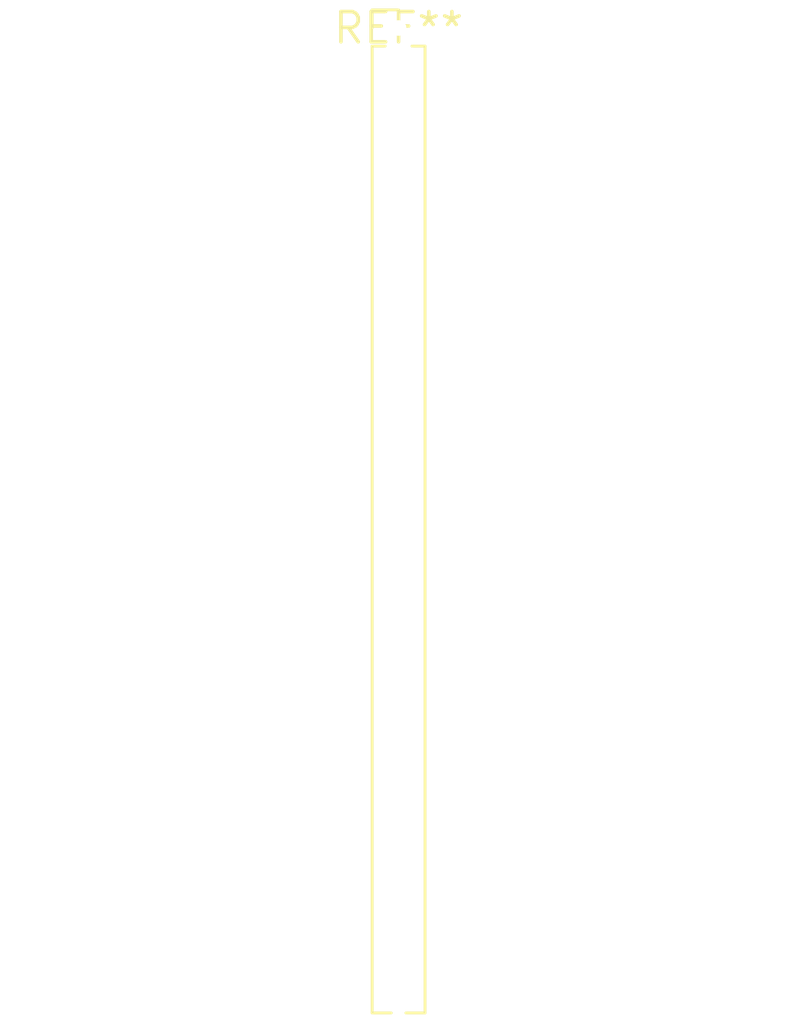
<source format=kicad_pcb>
(kicad_pcb (version 20240108) (generator pcbnew)
  (layers (0 "F.Cu" signal) (31 "B.Cu" signal) (34 "B.Paste" user) (35 "F.Paste" user) (36 "B.SilkS" user "B.Silkscreen") (37 "F.SilkS" user "F.Silkscreen") (38 "B.Mask" user) (39 "F.Mask" user) (44 "Edge.Cuts" user))
  (net 0 "")
  (footprint "PinHeader_1x33_P1.27mm_Vertical" (layer "F.Cu") (at 0 0)
    (property "Reference" "REF**")
    (property "Value" "PinHeader_1x33_P1.27mm_Vertical")
    (fp_line (start -1.11 -0.76) (end 0 -0.76) (layer "F.SilkS") (stroke (width 0.12)))
    (fp_line (start -1.11 0) (end -1.11 -0.76) (layer "F.SilkS") (stroke (width 0.12)))
    (fp_line (start -1.11 0.76) (end -1.11 41.335) (layer "F.SilkS") (stroke (width 0.12)))
    (fp_line (start -1.11 0.76) (end -0.563471 0.76) (layer "F.SilkS") (stroke (width 0.12)))
    (fp_line (start -1.11 41.335) (end -0.30753 41.335) (layer "F.SilkS") (stroke (width 0.12)))
    (fp_line (start 0.30753 41.335) (end 1.11 41.335) (layer "F.SilkS") (stroke (width 0.12)))
    (fp_line (start 0.563471 0.76) (end 1.11 0.76) (layer "F.SilkS") (stroke (width 0.12)))
    (fp_line (start 1.11 0.76) (end 1.11 41.335) (layer "F.SilkS") (stroke (width 0.12)))
    (pad "1" thru_hole rect (at 0 0) (size 1 1) (drill 0.65) (layers *.Cu *.Mask) (remove_unused_layers))
    (pad "2" thru_hole oval (at 0 1.27) (size 1 1) (drill 0.65) (layers *.Cu *.Mask) (remove_unused_layers))
    (pad "3" thru_hole oval (at 0 2.54) (size 1 1) (drill 0.65) (layers *.Cu *.Mask) (remove_unused_layers))
    (pad "4" thru_hole oval (at 0 3.81) (size 1 1) (drill 0.65) (layers *.Cu *.Mask) (remove_unused_layers))
    (pad "5" thru_hole oval (at 0 5.08) (size 1 1) (drill 0.65) (layers *.Cu *.Mask) (remove_unused_layers))
    (pad "6" thru_hole oval (at 0 6.35) (size 1 1) (drill 0.65) (layers *.Cu *.Mask) (remove_unused_layers))
    (pad "7" thru_hole oval (at 0 7.62) (size 1 1) (drill 0.65) (layers *.Cu *.Mask) (remove_unused_layers))
    (pad "8" thru_hole oval (at 0 8.89) (size 1 1) (drill 0.65) (layers *.Cu *.Mask) (remove_unused_layers))
    (pad "9" thru_hole oval (at 0 10.16) (size 1 1) (drill 0.65) (layers *.Cu *.Mask) (remove_unused_layers))
    (pad "10" thru_hole oval (at 0 11.43) (size 1 1) (drill 0.65) (layers *.Cu *.Mask) (remove_unused_layers))
    (pad "11" thru_hole oval (at 0 12.7) (size 1 1) (drill 0.65) (layers *.Cu *.Mask) (remove_unused_layers))
    (pad "12" thru_hole oval (at 0 13.97) (size 1 1) (drill 0.65) (layers *.Cu *.Mask) (remove_unused_layers))
    (pad "13" thru_hole oval (at 0 15.24) (size 1 1) (drill 0.65) (layers *.Cu *.Mask) (remove_unused_layers))
    (pad "14" thru_hole oval (at 0 16.51) (size 1 1) (drill 0.65) (layers *.Cu *.Mask) (remove_unused_layers))
    (pad "15" thru_hole oval (at 0 17.78) (size 1 1) (drill 0.65) (layers *.Cu *.Mask) (remove_unused_layers))
    (pad "16" thru_hole oval (at 0 19.05) (size 1 1) (drill 0.65) (layers *.Cu *.Mask) (remove_unused_layers))
    (pad "17" thru_hole oval (at 0 20.32) (size 1 1) (drill 0.65) (layers *.Cu *.Mask) (remove_unused_layers))
    (pad "18" thru_hole oval (at 0 21.59) (size 1 1) (drill 0.65) (layers *.Cu *.Mask) (remove_unused_layers))
    (pad "19" thru_hole oval (at 0 22.86) (size 1 1) (drill 0.65) (layers *.Cu *.Mask) (remove_unused_layers))
    (pad "20" thru_hole oval (at 0 24.13) (size 1 1) (drill 0.65) (layers *.Cu *.Mask) (remove_unused_layers))
    (pad "21" thru_hole oval (at 0 25.4) (size 1 1) (drill 0.65) (layers *.Cu *.Mask) (remove_unused_layers))
    (pad "22" thru_hole oval (at 0 26.67) (size 1 1) (drill 0.65) (layers *.Cu *.Mask) (remove_unused_layers))
    (pad "23" thru_hole oval (at 0 27.94) (size 1 1) (drill 0.65) (layers *.Cu *.Mask) (remove_unused_layers))
    (pad "24" thru_hole oval (at 0 29.21) (size 1 1) (drill 0.65) (layers *.Cu *.Mask) (remove_unused_layers))
    (pad "25" thru_hole oval (at 0 30.48) (size 1 1) (drill 0.65) (layers *.Cu *.Mask) (remove_unused_layers))
    (pad "26" thru_hole oval (at 0 31.75) (size 1 1) (drill 0.65) (layers *.Cu *.Mask) (remove_unused_layers))
    (pad "27" thru_hole oval (at 0 33.02) (size 1 1) (drill 0.65) (layers *.Cu *.Mask) (remove_unused_layers))
    (pad "28" thru_hole oval (at 0 34.29) (size 1 1) (drill 0.65) (layers *.Cu *.Mask) (remove_unused_layers))
    (pad "29" thru_hole oval (at 0 35.56) (size 1 1) (drill 0.65) (layers *.Cu *.Mask) (remove_unused_layers))
    (pad "30" thru_hole oval (at 0 36.83) (size 1 1) (drill 0.65) (layers *.Cu *.Mask) (remove_unused_layers))
    (pad "31" thru_hole oval (at 0 38.1) (size 1 1) (drill 0.65) (layers *.Cu *.Mask) (remove_unused_layers))
    (pad "32" thru_hole oval (at 0 39.37) (size 1 1) (drill 0.65) (layers *.Cu *.Mask) (remove_unused_layers))
    (pad "33" thru_hole oval (at 0 40.64) (size 1 1) (drill 0.65) (layers *.Cu *.Mask) (remove_unused_layers))
  )
)
</source>
